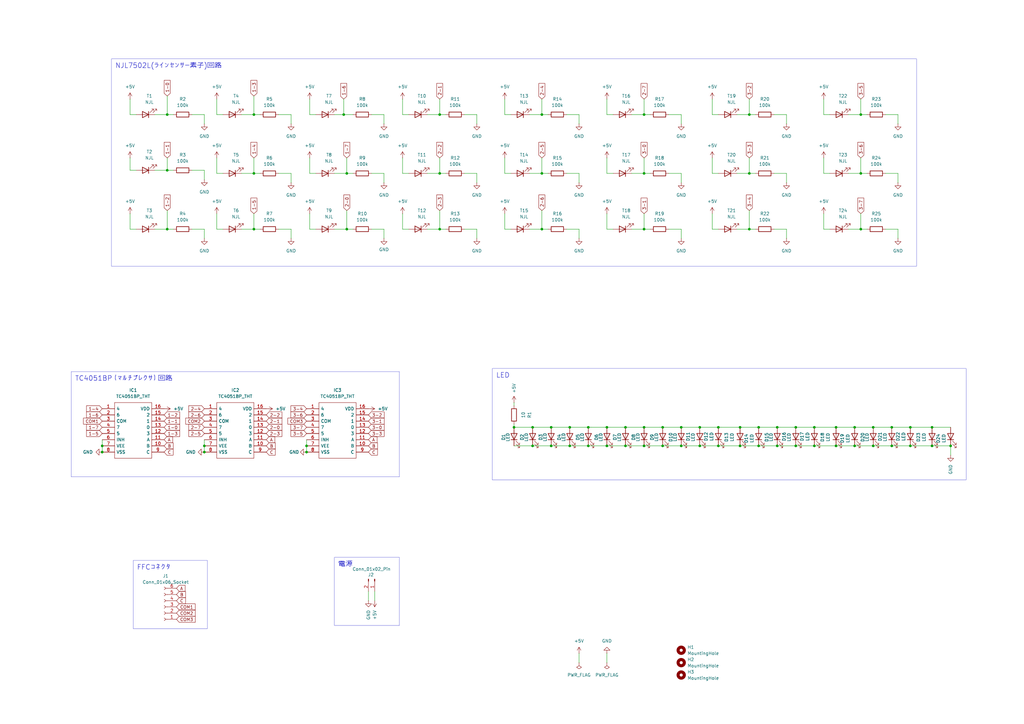
<source format=kicad_sch>
(kicad_sch (version 20231120) (generator "eeschema") (generator_version "8.0")
  (paper "A3")
  (junction (at 342.9 175.26))
  (junction (at 68.58 93.98))
  (junction (at 180.34 46.99))
  (junction (at 180.34 93.98))
  (junction (at 353.06 46.99))
  (junction (at 326.39 175.26))
  (junction (at 68.58 46.99))
  (junction (at 140.97 46.99))
  (junction (at 287.02 182.88))
  (junction (at 241.3 175.26))
  (junction (at 104.14 71.12))
  (junction (at 358.14 175.26))
  (junction (at 218.44 182.88))
  (junction (at 226.06 175.26))
  (junction (at 226.06 182.88))
  (junction (at 350.52 175.26))
  (junction (at 264.16 93.98))
  (junction (at 271.78 175.26))
  (junction (at 373.38 182.88))
  (junction (at 222.25 46.99))
  (junction (at 365.76 175.26))
  (junction (at 264.16 182.88))
  (junction (at 233.68 182.88))
  (junction (at 382.27 182.88))
  (junction (at 287.02 175.26))
  (junction (at 303.53 182.88))
  (junction (at 311.15 175.26))
  (junction (at 382.27 175.26))
  (junction (at 311.15 182.88))
  (junction (at 279.4 182.88))
  (junction (at 271.78 182.88))
  (junction (at 180.34 71.12))
  (junction (at 334.01 175.26))
  (junction (at 307.34 71.12))
  (junction (at 365.76 182.88))
  (junction (at 358.14 182.88))
  (junction (at 241.3 182.88))
  (junction (at 264.16 175.26))
  (junction (at 233.68 175.26))
  (junction (at 104.14 46.99))
  (junction (at 307.34 93.98))
  (junction (at 256.54 182.88))
  (junction (at 125.73 182.88))
  (junction (at 218.44 175.26))
  (junction (at 294.64 175.26))
  (junction (at 68.58 69.85))
  (junction (at 294.64 182.88))
  (junction (at 248.92 182.88))
  (junction (at 210.82 175.26))
  (junction (at 264.16 71.12))
  (junction (at 222.25 93.98))
  (junction (at 142.24 71.12))
  (junction (at 41.91 182.88))
  (junction (at 353.06 93.98))
  (junction (at 303.53 175.26))
  (junction (at 342.9 182.88))
  (junction (at 389.89 182.88))
  (junction (at 373.38 175.26))
  (junction (at 353.06 71.12))
  (junction (at 279.4 175.26))
  (junction (at 248.92 175.26))
  (junction (at 83.82 182.88))
  (junction (at 318.77 182.88))
  (junction (at 104.14 93.98))
  (junction (at 264.16 46.99))
  (junction (at 256.54 175.26))
  (junction (at 326.39 182.88))
  (junction (at 142.24 93.98))
  (junction (at 318.77 175.26))
  (junction (at 222.25 71.12))
  (junction (at 83.82 185.42))
  (junction (at 307.34 46.99))
  (junction (at 350.52 182.88))
  (junction (at 125.73 185.42))
  (junction (at 334.01 182.88))
  (junction (at 41.91 185.42))
  (wire (pts (xy 127 46.99) (xy 129.54 46.99)))
  (wire (pts (xy 259.08 46.99) (xy 264.16 46.99)))
  (wire (pts (xy 342.9 175.26) (xy 350.52 175.26)))
  (wire (pts (xy 78.74 69.85) (xy 83.82 69.85)))
  (wire (pts (xy 142.24 64.77) (xy 142.24 71.12)))
  (wire (pts (xy 127 87.63) (xy 127 93.98)))
  (wire (pts (xy 317.5 46.99) (xy 322.58 46.99)))
  (wire (pts (xy 78.74 46.99) (xy 83.82 46.99)))
  (wire (pts (xy 41.91 182.88) (xy 41.91 185.42)))
  (wire (pts (xy 142.24 93.98) (xy 144.78 93.98)))
  (wire (pts (xy 248.92 87.63) (xy 248.92 93.98)))
  (wire (pts (xy 373.38 182.88) (xy 365.76 182.88)))
  (wire (pts (xy 279.4 175.26) (xy 287.02 175.26)))
  (wire (pts (xy 142.24 71.12) (xy 144.78 71.12)))
  (wire (pts (xy 292.1 46.99) (xy 294.64 46.99)))
  (wire (pts (xy 104.14 87.63) (xy 104.14 93.98)))
  (wire (pts (xy 63.5 69.85) (xy 68.58 69.85)))
  (wire (pts (xy 53.34 69.85) (xy 55.88 69.85)))
  (wire (pts (xy 322.58 93.98) (xy 322.58 97.79)))
  (wire (pts (xy 353.06 64.77) (xy 353.06 71.12)))
  (wire (pts (xy 152.4 71.12) (xy 157.48 71.12)))
  (wire (pts (xy 157.48 93.98) (xy 157.48 97.79)))
  (wire (pts (xy 382.27 182.88) (xy 389.89 182.88)))
  (wire (pts (xy 222.25 86.36) (xy 222.25 93.98)))
  (wire (pts (xy 368.3 93.98) (xy 368.3 97.79)))
  (wire (pts (xy 190.5 46.99) (xy 195.58 46.99)))
  (wire (pts (xy 207.01 46.99) (xy 209.55 46.99)))
  (wire (pts (xy 53.34 46.99) (xy 55.88 46.99)))
  (wire (pts (xy 302.26 93.98) (xy 307.34 93.98)))
  (wire (pts (xy 104.14 46.99) (xy 106.68 46.99)))
  (wire (pts (xy 83.82 180.34) (xy 83.82 182.88)))
  (wire (pts (xy 140.97 46.99) (xy 144.78 46.99)))
  (wire (pts (xy 279.4 46.99) (xy 279.4 50.8)))
  (wire (pts (xy 292.1 87.63) (xy 292.1 93.98)))
  (wire (pts (xy 317.5 93.98) (xy 322.58 93.98)))
  (wire (pts (xy 137.16 71.12) (xy 142.24 71.12)))
  (wire (pts (xy 353.06 87.63) (xy 353.06 93.98)))
  (wire (pts (xy 137.16 93.98) (xy 142.24 93.98)))
  (wire (pts (xy 303.53 182.88) (xy 311.15 182.88)))
  (wire (pts (xy 307.34 71.12) (xy 309.88 71.12)))
  (wire (pts (xy 78.74 93.98) (xy 83.82 93.98)))
  (wire (pts (xy 368.3 46.99) (xy 368.3 50.8)))
  (wire (pts (xy 68.58 69.85) (xy 71.12 69.85)))
  (wire (pts (xy 274.32 71.12) (xy 279.4 71.12)))
  (wire (pts (xy 342.9 182.88) (xy 350.52 182.88)))
  (wire (pts (xy 180.34 86.36) (xy 180.34 93.98)))
  (wire (pts (xy 114.3 46.99) (xy 119.38 46.99)))
  (wire (pts (xy 222.25 71.12) (xy 224.79 71.12)))
  (wire (pts (xy 68.58 64.77) (xy 68.58 69.85)))
  (wire (pts (xy 248.92 175.26) (xy 256.54 175.26)))
  (wire (pts (xy 256.54 175.26) (xy 264.16 175.26)))
  (wire (pts (xy 259.08 93.98) (xy 264.16 93.98)))
  (wire (pts (xy 41.91 180.34) (xy 41.91 182.88)))
  (wire (pts (xy 232.41 93.98) (xy 237.49 93.98)))
  (wire (pts (xy 127 40.64) (xy 127 46.99)))
  (wire (pts (xy 88.9 71.12) (xy 91.44 71.12)))
  (wire (pts (xy 353.06 46.99) (xy 355.6 46.99)))
  (wire (pts (xy 353.06 71.12) (xy 355.6 71.12)))
  (wire (pts (xy 207.01 87.63) (xy 207.01 93.98)))
  (wire (pts (xy 350.52 175.26) (xy 358.14 175.26)))
  (wire (pts (xy 222.25 40.64) (xy 222.25 46.99)))
  (wire (pts (xy 175.26 93.98) (xy 180.34 93.98)))
  (wire (pts (xy 322.58 46.99) (xy 322.58 50.8)))
  (wire (pts (xy 190.5 71.12) (xy 195.58 71.12)))
  (wire (pts (xy 83.82 46.99) (xy 83.82 50.8)))
  (wire (pts (xy 127 71.12) (xy 129.54 71.12)))
  (wire (pts (xy 165.1 40.64) (xy 165.1 46.99)))
  (wire (pts (xy 237.49 267.97) (xy 237.49 271.78)))
  (wire (pts (xy 88.9 46.99) (xy 91.44 46.99)))
  (wire (pts (xy 264.16 46.99) (xy 266.7 46.99)))
  (wire (pts (xy 373.38 182.88) (xy 382.27 182.88)))
  (wire (pts (xy 337.82 46.99) (xy 340.36 46.99)))
  (wire (pts (xy 292.1 93.98) (xy 294.64 93.98)))
  (wire (pts (xy 358.14 182.88) (xy 350.52 182.88)))
  (wire (pts (xy 180.34 40.64) (xy 180.34 46.99)))
  (wire (pts (xy 175.26 46.99) (xy 180.34 46.99)))
  (wire (pts (xy 322.58 71.12) (xy 322.58 74.93)))
  (wire (pts (xy 119.38 71.12) (xy 119.38 74.93)))
  (wire (pts (xy 311.15 182.88) (xy 318.77 182.88)))
  (wire (pts (xy 347.98 93.98) (xy 353.06 93.98)))
  (wire (pts (xy 180.34 46.99) (xy 182.88 46.99)))
  (wire (pts (xy 347.98 71.12) (xy 353.06 71.12)))
  (wire (pts (xy 368.3 71.12) (xy 368.3 74.93)))
  (wire (pts (xy 125.73 182.88) (xy 125.73 185.42)))
  (wire (pts (xy 165.1 46.99) (xy 167.64 46.99)))
  (wire (pts (xy 88.9 40.64) (xy 88.9 46.99)))
  (wire (pts (xy 287.02 175.26) (xy 294.64 175.26)))
  (wire (pts (xy 88.9 64.77) (xy 88.9 71.12)))
  (wire (pts (xy 307.34 86.36) (xy 307.34 93.98)))
  (wire (pts (xy 218.44 175.26) (xy 226.06 175.26)))
  (wire (pts (xy 68.58 86.36) (xy 68.58 93.98)))
  (wire (pts (xy 302.26 71.12) (xy 307.34 71.12)))
  (wire (pts (xy 210.82 173.99) (xy 210.82 175.26)))
  (wire (pts (xy 180.34 71.12) (xy 182.88 71.12)))
  (wire (pts (xy 127 64.77) (xy 127 71.12)))
  (wire (pts (xy 88.9 87.63) (xy 88.9 93.98)))
  (wire (pts (xy 292.1 64.77) (xy 292.1 71.12)))
  (wire (pts (xy 104.14 71.12) (xy 106.68 71.12)))
  (wire (pts (xy 248.92 40.64) (xy 248.92 46.99)))
  (wire (pts (xy 326.39 182.88) (xy 318.77 182.88)))
  (wire (pts (xy 63.5 46.99) (xy 68.58 46.99)))
  (wire (pts (xy 104.14 39.37) (xy 104.14 46.99)))
  (wire (pts (xy 210.82 165.1) (xy 210.82 166.37)))
  (wire (pts (xy 99.06 46.99) (xy 104.14 46.99)))
  (wire (pts (xy 326.39 175.26) (xy 334.01 175.26)))
  (wire (pts (xy 195.58 46.99) (xy 195.58 50.8)))
  (wire (pts (xy 317.5 71.12) (xy 322.58 71.12)))
  (wire (pts (xy 226.06 182.88) (xy 233.68 182.88)))
  (wire (pts (xy 363.22 71.12) (xy 368.3 71.12)))
  (wire (pts (xy 222.25 93.98) (xy 224.79 93.98)))
  (wire (pts (xy 152.4 93.98) (xy 157.48 93.98)))
  (wire (pts (xy 210.82 182.88) (xy 218.44 182.88)))
  (wire (pts (xy 389.89 186.69) (xy 389.89 182.88)))
  (wire (pts (xy 248.92 64.77) (xy 248.92 71.12)))
  (wire (pts (xy 165.1 64.77) (xy 165.1 71.12)))
  (wire (pts (xy 248.92 267.97) (xy 248.92 271.78)))
  (wire (pts (xy 125.73 180.34) (xy 125.73 182.88)))
  (wire (pts (xy 337.82 40.64) (xy 337.82 46.99)))
  (wire (pts (xy 248.92 93.98) (xy 251.46 93.98)))
  (wire (pts (xy 292.1 40.64) (xy 292.1 46.99)))
  (wire (pts (xy 88.9 93.98) (xy 91.44 93.98)))
  (wire (pts (xy 248.92 182.88) (xy 256.54 182.88)))
  (wire (pts (xy 241.3 182.88) (xy 248.92 182.88)))
  (wire (pts (xy 382.27 175.26) (xy 389.89 175.26)))
  (wire (pts (xy 83.82 69.85) (xy 83.82 73.66)))
  (wire (pts (xy 264.16 175.26) (xy 271.78 175.26)))
  (wire (pts (xy 279.4 93.98) (xy 279.4 97.79)))
  (wire (pts (xy 153.67 242.57) (xy 153.67 246.38)))
  (wire (pts (xy 180.34 93.98) (xy 182.88 93.98)))
  (wire (pts (xy 226.06 175.26) (xy 233.68 175.26)))
  (wire (pts (xy 68.58 39.37) (xy 68.58 46.99)))
  (wire (pts (xy 222.25 46.99) (xy 224.79 46.99)))
  (wire (pts (xy 337.82 71.12) (xy 340.36 71.12)))
  (wire (pts (xy 311.15 175.26) (xy 318.77 175.26)))
  (wire (pts (xy 337.82 64.77) (xy 337.82 71.12)))
  (wire (pts (xy 237.49 71.12) (xy 237.49 74.93)))
  (wire (pts (xy 363.22 93.98) (xy 368.3 93.98)))
  (wire (pts (xy 365.76 175.26) (xy 373.38 175.26)))
  (wire (pts (xy 210.82 175.26) (xy 218.44 175.26)))
  (wire (pts (xy 264.16 71.12) (xy 266.7 71.12)))
  (wire (pts (xy 363.22 46.99) (xy 368.3 46.99)))
  (wire (pts (xy 165.1 87.63) (xy 165.1 93.98)))
  (wire (pts (xy 63.5 93.98) (xy 68.58 93.98)))
  (wire (pts (xy 334.01 175.26) (xy 342.9 175.26)))
  (wire (pts (xy 307.34 46.99) (xy 309.88 46.99)))
  (wire (pts (xy 165.1 93.98) (xy 167.64 93.98)))
  (wire (pts (xy 104.14 93.98) (xy 106.68 93.98)))
  (wire (pts (xy 337.82 93.98) (xy 340.36 93.98)))
  (wire (pts (xy 353.06 40.64) (xy 353.06 46.99)))
  (wire (pts (xy 279.4 182.88) (xy 287.02 182.88)))
  (wire (pts (xy 127 93.98) (xy 129.54 93.98)))
  (wire (pts (xy 232.41 46.99) (xy 237.49 46.99)))
  (wire (pts (xy 53.34 40.64) (xy 53.34 46.99)))
  (wire (pts (xy 53.34 87.63) (xy 53.34 93.98)))
  (wire (pts (xy 195.58 71.12) (xy 195.58 74.93)))
  (wire (pts (xy 274.32 93.98) (xy 279.4 93.98)))
  (wire (pts (xy 190.5 93.98) (xy 195.58 93.98)))
  (wire (pts (xy 119.38 93.98) (xy 119.38 97.79)))
  (wire (pts (xy 142.24 86.36) (xy 142.24 93.98)))
  (wire (pts (xy 83.82 182.88) (xy 83.82 185.42)))
  (wire (pts (xy 353.06 93.98) (xy 355.6 93.98)))
  (wire (pts (xy 53.34 64.77) (xy 53.34 69.85)))
  (wire (pts (xy 233.68 182.88) (xy 241.3 182.88)))
  (wire (pts (xy 307.34 64.77) (xy 307.34 71.12)))
  (wire (pts (xy 342.9 182.88) (xy 334.01 182.88)))
  (wire (pts (xy 303.53 175.26) (xy 311.15 175.26)))
  (wire (pts (xy 307.34 93.98) (xy 309.88 93.98)))
  (wire (pts (xy 365.76 182.88) (xy 358.14 182.88)))
  (wire (pts (xy 207.01 71.12) (xy 209.55 71.12)))
  (wire (pts (xy 271.78 175.26) (xy 279.4 175.26)))
  (wire (pts (xy 237.49 93.98) (xy 237.49 97.79)))
  (wire (pts (xy 373.38 175.26) (xy 382.27 175.26)))
  (wire (pts (xy 302.26 46.99) (xy 307.34 46.99)))
  (wire (pts (xy 259.08 71.12) (xy 264.16 71.12)))
  (wire (pts (xy 152.4 46.99) (xy 157.48 46.99)))
  (wire (pts (xy 271.78 182.88) (xy 279.4 182.88)))
  (wire (pts (xy 337.82 87.63) (xy 337.82 93.98)))
  (wire (pts (xy 83.82 93.98) (xy 83.82 97.79)))
  (wire (pts (xy 207.01 93.98) (xy 209.55 93.98)))
  (wire (pts (xy 264.16 87.63) (xy 264.16 93.98)))
  (wire (pts (xy 347.98 46.99) (xy 353.06 46.99)))
  (wire (pts (xy 114.3 93.98) (xy 119.38 93.98)))
  (wire (pts (xy 68.58 93.98) (xy 71.12 93.98)))
  (wire (pts (xy 137.16 46.99) (xy 140.97 46.99)))
  (wire (pts (xy 68.58 46.99) (xy 71.12 46.99)))
  (wire (pts (xy 318.77 175.26) (xy 326.39 175.26)))
  (wire (pts (xy 217.17 71.12) (xy 222.25 71.12)))
  (wire (pts (xy 207.01 40.64) (xy 207.01 46.99)))
  (wire (pts (xy 157.48 46.99) (xy 157.48 50.8)))
  (wire (pts (xy 292.1 71.12) (xy 294.64 71.12)))
  (wire (pts (xy 151.13 242.57) (xy 151.13 246.38)))
  (wire (pts (xy 358.14 175.26) (xy 365.76 175.26)))
  (wire (pts (xy 264.16 40.64) (xy 264.16 46.99)))
  (wire (pts (xy 334.01 182.88) (xy 326.39 182.88)))
  (wire (pts (xy 119.38 46.99) (xy 119.38 50.8)))
  (wire (pts (xy 264.16 93.98) (xy 266.7 93.98)))
  (wire (pts (xy 294.64 182.88) (xy 303.53 182.88)))
  (wire (pts (xy 248.92 71.12) (xy 251.46 71.12)))
  (wire (pts (xy 237.49 46.99) (xy 237.49 50.8)))
  (wire (pts (xy 207.01 64.77) (xy 207.01 71.12)))
  (wire (pts (xy 279.4 71.12) (xy 279.4 74.93)))
  (wire (pts (xy 232.41 71.12) (xy 237.49 71.12)))
  (wire (pts (xy 104.14 64.77) (xy 104.14 71.12)))
  (wire (pts (xy 217.17 46.99) (xy 222.25 46.99)))
  (wire (pts (xy 140.97 40.64) (xy 140.97 46.99)))
  (wire (pts (xy 287.02 182.88) (xy 294.64 182.88)))
  (wire (pts (xy 165.1 71.12) (xy 167.64 71.12)))
  (wire (pts (xy 53.34 93.98) (xy 55.88 93.98)))
  (wire (pts (xy 307.34 40.64) (xy 307.34 46.99)))
  (wire (pts (xy 114.3 71.12) (xy 119.38 71.12)))
  (wire (pts (xy 222.25 64.77) (xy 222.25 71.12)))
  (wire (pts (xy 264.16 182.88) (xy 271.78 182.88)))
  (wire (pts (xy 294.64 175.26) (xy 303.53 175.26)))
  (wire (pts (xy 217.17 93.98) (xy 222.25 93.98)))
  (wire (pts (xy 218.44 182.88) (xy 226.06 182.88)))
  (wire (pts (xy 248.92 46.99) (xy 251.46 46.99)))
  (wire (pts (xy 195.58 93.98) (xy 195.58 97.79)))
  (wire (pts (xy 157.48 71.12) (xy 157.48 74.93)))
  (wire (pts (xy 274.32 46.99) (xy 279.4 46.99)))
  (wire (pts (xy 233.68 175.26) (xy 241.3 175.26)))
  (wire (pts (xy 264.16 64.77) (xy 264.16 71.12)))
  (wire (pts (xy 99.06 93.98) (xy 104.14 93.98)))
  (wire (pts (xy 180.34 64.77) (xy 180.34 71.12)))
  (wire (pts (xy 99.06 71.12) (xy 104.14 71.12)))
  (wire (pts (xy 175.26 71.12) (xy 180.34 71.12)))
  (wire (pts (xy 241.3 175.26) (xy 248.92 175.26)))
  (wire (pts (xy 256.54 182.88) (xy 264.16 182.88)))
  (text_box "LED" (at 201.93 151.13 0) (size 194.31 45.72) (stroke (width 0.0635)) (effects (font (size 2 2)) (justify left top)))
  (text_box "電源" (at 137.16 228.6 0) (size 26.67 27.94) (stroke (width 0.0635)) (effects (font (size 2 2)) (justify left top)))
  (text_box "NJL7502L(ラインセンサー素子)回路" (at 45.72 24.13 0) (size 330.2 85.09) (stroke (width 0.0635)) (effects (font (size 2 2)) (justify left top)))
  (text_box "TC4051BP（マルチプレクサ）回路" (at 29.21 152.4 0) (size 134.62 43.18) (stroke (width 0.0762)) (effects (font (size 2 2)) (justify left top)))
  (text_box "FFCコネクタ" (at 54.61 229.87 0) (size 30.48 27.94) (stroke (width 0.0635)) (effects (font (size 2 2)) (justify left top)))
  (global_label "B" (shape input) (at 151.13 182.88 0) (property "Intersheetrefs" "${INTERSHEET_REFS}" (effects (hide yes))))
  (global_label "2-7" (shape input) (at 83.82 175.26 180) (property "Intersheetrefs" "${INTERSHEET_REFS}" (effects (hide yes))))
  (global_label "COM3" (shape input) (at 72.39 254 0) (property "Intersheetrefs" "${INTERSHEET_REFS}" (effects (hide yes))))
  (global_label "3-2" (shape input) (at 151.13 170.18 0) (property "Intersheetrefs" "${INTERSHEET_REFS}" (effects (hide yes))))
  (global_label "2-6" (shape input) (at 222.25 86.36 90) (property "Intersheetrefs" "${INTERSHEET_REFS}" (effects (hide yes))))
  (global_label "2-2" (shape input) (at 180.34 64.77 90) (property "Intersheetrefs" "${INTERSHEET_REFS}" (effects (hide yes))))
  (global_label "1-6" (shape input) (at 140.97 40.64 90) (property "Intersheetrefs" "${INTERSHEET_REFS}" (effects (hide yes))))
  (global_label "1-3" (shape input) (at 67.31 177.8 0) (property "Intersheetrefs" "${INTERSHEET_REFS}" (effects (hide yes))))
  (global_label "2-1" (shape input) (at 109.22 172.72 0) (property "Intersheetrefs" "${INTERSHEET_REFS}" (effects (hide yes))))
  (global_label "2-6" (shape input) (at 83.82 170.18 180) (property "Intersheetrefs" "${INTERSHEET_REFS}" (effects (hide yes))))
  (global_label "3-7" (shape input) (at 353.06 87.63 90) (property "Intersheetrefs" "${INTERSHEET_REFS}" (effects (hide yes))))
  (global_label "1-2" (shape input) (at 68.58 86.36 90) (property "Intersheetrefs" "${INTERSHEET_REFS}" (effects (hide yes))))
  (global_label "2-4" (shape input) (at 222.25 40.64 90) (property "Intersheetrefs" "${INTERSHEET_REFS}" (effects (hide yes))))
  (global_label "1-6" (shape input) (at 41.91 170.18 180) (property "Intersheetrefs" "${INTERSHEET_REFS}" (effects (hide yes))))
  (global_label "C" (shape input) (at 72.39 246.38 0) (property "Intersheetrefs" "${INTERSHEET_REFS}" (effects (hide yes))))
  (global_label "B" (shape input) (at 67.31 182.88 0) (property "Intersheetrefs" "${INTERSHEET_REFS}" (effects (hide yes))))
  (global_label "1-5" (shape input) (at 104.14 87.63 90) (property "Intersheetrefs" "${INTERSHEET_REFS}" (effects (hide yes))))
  (global_label "COM2" (shape input) (at 83.82 172.72 180) (property "Intersheetrefs" "${INTERSHEET_REFS}" (effects (hide yes))))
  (global_label "3-7" (shape input) (at 125.73 175.26 180) (property "Intersheetrefs" "${INTERSHEET_REFS}" (effects (hide yes))))
  (global_label "3-4" (shape input) (at 125.73 167.64 180) (property "Intersheetrefs" "${INTERSHEET_REFS}" (effects (hide yes))))
  (global_label "C" (shape input) (at 151.13 185.42 0) (property "Intersheetrefs" "${INTERSHEET_REFS}" (effects (hide yes))))
  (global_label "1-7" (shape input) (at 41.91 175.26 180) (property "Intersheetrefs" "${INTERSHEET_REFS}" (effects (hide yes))))
  (global_label "COM3" (shape input) (at 125.73 172.72 180) (property "Intersheetrefs" "${INTERSHEET_REFS}" (effects (hide yes))))
  (global_label "B" (shape input) (at 72.39 243.84 0) (property "Intersheetrefs" "${INTERSHEET_REFS}" (effects (hide yes))))
  (global_label "1-5" (shape input) (at 41.91 177.8 180) (property "Intersheetrefs" "${INTERSHEET_REFS}" (effects (hide yes))))
  (global_label "1-4" (shape input) (at 104.14 64.77 90) (property "Intersheetrefs" "${INTERSHEET_REFS}" (effects (hide yes))))
  (global_label "3-6" (shape input) (at 353.06 64.77 90) (property "Intersheetrefs" "${INTERSHEET_REFS}" (effects (hide yes))))
  (global_label "2-0" (shape input) (at 142.24 86.36 90) (property "Intersheetrefs" "${INTERSHEET_REFS}" (effects (hide yes))))
  (global_label "B" (shape input) (at 109.22 182.88 0) (property "Intersheetrefs" "${INTERSHEET_REFS}" (effects (hide yes))))
  (global_label "3-6" (shape input) (at 125.73 170.18 180) (property "Intersheetrefs" "${INTERSHEET_REFS}" (effects (hide yes))))
  (global_label "2-4" (shape input) (at 83.82 167.64 180) (property "Intersheetrefs" "${INTERSHEET_REFS}" (effects (hide yes))))
  (global_label "COM1" (shape input) (at 72.39 248.92 0) (property "Intersheetrefs" "${INTERSHEET_REFS}" (effects (hide yes))))
  (global_label "3-0" (shape input) (at 264.16 64.77 90) (property "Intersheetrefs" "${INTERSHEET_REFS}" (effects (hide yes))))
  (global_label "3-0" (shape input) (at 151.13 175.26 0) (property "Intersheetrefs" "${INTERSHEET_REFS}" (effects (hide yes))))
  (global_label "2-0" (shape input) (at 109.22 175.26 0) (property "Intersheetrefs" "${INTERSHEET_REFS}" (effects (hide yes))))
  (global_label "2-3" (shape input) (at 109.22 177.8 0) (property "Intersheetrefs" "${INTERSHEET_REFS}" (effects (hide yes))))
  (global_label "1-2" (shape input) (at 67.31 170.18 0) (property "Intersheetrefs" "${INTERSHEET_REFS}" (effects (hide yes))))
  (global_label "1-4" (shape input) (at 41.91 167.64 180) (property "Intersheetrefs" "${INTERSHEET_REFS}" (effects (hide yes))))
  (global_label "3-4" (shape input) (at 307.34 86.36 90) (property "Intersheetrefs" "${INTERSHEET_REFS}" (effects (hide yes))))
  (global_label "C" (shape input) (at 67.31 185.42 0) (property "Intersheetrefs" "${INTERSHEET_REFS}" (effects (hide yes))))
  (global_label "2-1" (shape input) (at 180.34 40.64 90) (property "Intersheetrefs" "${INTERSHEET_REFS}" (effects (hide yes))))
  (global_label "3-1" (shape input) (at 151.13 172.72 0) (property "Intersheetrefs" "${INTERSHEET_REFS}" (effects (hide yes))))
  (global_label "COM2" (shape input) (at 72.39 251.46 0) (property "Intersheetrefs" "${INTERSHEET_REFS}" (effects (hide yes))))
  (global_label "1-1" (shape input) (at 67.31 172.72 0) (property "Intersheetrefs" "${INTERSHEET_REFS}" (effects (hide yes))))
  (global_label "3-5" (shape input) (at 125.73 177.8 180) (property "Intersheetrefs" "${INTERSHEET_REFS}" (effects (hide yes))))
  (global_label "3-5" (shape input) (at 353.06 40.64 90) (property "Intersheetrefs" "${INTERSHEET_REFS}" (effects (hide yes))))
  (global_label "C" (shape input) (at 109.22 185.42 0) (property "Intersheetrefs" "${INTERSHEET_REFS}" (effects (hide yes))))
  (global_label "1-3" (shape input) (at 104.14 39.37 90) (property "Intersheetrefs" "${INTERSHEET_REFS}" (effects (hide yes))))
  (global_label "COM1" (shape input) (at 41.91 172.72 180) (property "Intersheetrefs" "${INTERSHEET_REFS}" (effects (hide yes))))
  (global_label "1-0" (shape input) (at 67.31 175.26 0) (property "Intersheetrefs" "${INTERSHEET_REFS}" (effects (hide yes))))
  (global_label "2-5" (shape input) (at 83.82 177.8 180) (property "Intersheetrefs" "${INTERSHEET_REFS}" (effects (hide yes))))
  (global_label "3-1" (shape input) (at 264.16 87.63 90) (property "Intersheetrefs" "${INTERSHEET_REFS}" (effects (hide yes))))
  (global_label "1-7" (shape input) (at 142.24 64.77 90) (property "Intersheetrefs" "${INTERSHEET_REFS}" (effects (hide yes))))
  (global_label "1-1" (shape input) (at 68.58 64.77 90) (property "Intersheetrefs" "${INTERSHEET_REFS}" (effects (hide yes))))
  (global_label "2-2" (shape input) (at 109.22 170.18 0) (property "Intersheetrefs" "${INTERSHEET_REFS}" (effects (hide yes))))
  (global_label "3-3" (shape input) (at 151.13 177.8 0) (property "Intersheetrefs" "${INTERSHEET_REFS}" (effects (hide yes))))
  (global_label "3-2" (shape input) (at 307.34 40.64 90) (property "Intersheetrefs" "${INTERSHEET_REFS}" (effects (hide yes))))
  (global_label "A" (shape input) (at 109.22 180.34 0) (property "Intersheetrefs" "${INTERSHEET_REFS}" (effects (hide yes))))
  (global_label "A" (shape input) (at 151.13 180.34 0) (property "Intersheetrefs" "${INTERSHEET_REFS}" (effects (hide yes))))
  (global_label "2-5" (shape input) (at 222.25 64.77 90) (property "Intersheetrefs" "${INTERSHEET_REFS}" (effects (hide yes))))
  (global_label "3-3" (shape input) (at 307.34 64.77 90) (property "Intersheetrefs" "${INTERSHEET_REFS}" (effects (hide yes))))
  (global_label "1-0" (shape input) (at 68.58 39.37 90) (property "Intersheetrefs" "${INTERSHEET_REFS}" (effects (hide yes))))
  (global_label "A" (shape input) (at 72.39 241.3 0) (property "Intersheetrefs" "${INTERSHEET_REFS}" (effects (hide yes))))
  (global_label "2-7" (shape input) (at 264.16 40.64 90) (property "Intersheetrefs" "${INTERSHEET_REFS}" (effects (hide yes))))
  (global_label "2-3" (shape input) (at 180.34 86.36 90) (property "Intersheetrefs" "${INTERSHEET_REFS}" (effects (hide yes))))
  (global_label "A" (shape input) (at 67.31 180.34 0) (property "Intersheetrefs" "${INTERSHEET_REFS}" (effects (hide yes))))
  (symbol (lib_id "Device:LED") (at 298.45 46.99 180) (unit 1)
    (property "Reference" "T19" (at 300.0375 39.37 0))
    (property "Value" "NJL" (at 300.0375 41.91 0))
    (property "Footprint" "LINESENSOR:NJL7052L" (effects (hide yes)))
    (property "Description" "Light emitting diode" (effects (hide yes)))
  )
  (symbol (lib_id "Device:R") (at 359.41 46.99 90) (unit 1)
    (property "Reference" "R23" (at 359.41 40.64 90))
    (property "Value" "100k" (at 359.41 43.18 90))
    (property "Footprint" "Resistor_SMD:R_0603_1608Metric" (effects (hide yes)))
    (property "Description" "Resistor" (effects (hide yes)))
  )
  (symbol (lib_id "Device:LED") (at 255.27 93.98 180) (unit 1)
    (property "Reference" "T18" (at 256.8575 86.36 0))
    (property "Value" "NJL" (at 256.8575 88.9 0))
    (property "Footprint" "LINESENSOR:NJL7052L" (effects (hide yes)))
    (property "Description" "Light emitting diode" (effects (hide yes)))
  )
  (symbol (lib_id "Device:LED") (at 373.38 179.07 90) (unit 1)
    (property "Reference" "D22" (at 368.3 179.07 0))
    (property "Value" "LED" (at 370.586 179.07 0))
    (property "Footprint" "LINESENSOR:LED Hi-FIELD" (effects (hide yes)))
    (property "Description" "Light emitting diode" (effects (hide yes)))
  )
  (symbol (lib_id "Device:LED") (at 59.69 69.85 180) (unit 1)
    (property "Reference" "T2" (at 61.2775 62.23 0))
    (property "Value" "NJL" (at 61.2775 64.77 0))
    (property "Footprint" "LINESENSOR:NJL7052L" (effects (hide yes)))
    (property "Description" "Light emitting diode" (effects (hide yes)))
  )
  (symbol (lib_id "Device:LED") (at 365.76 179.07 90) (unit 1)
    (property "Reference" "D21" (at 360.934 179.07 0))
    (property "Value" "LED" (at 362.966 179.324 0))
    (property "Footprint" "LINESENSOR:LED Hi-FIELD" (effects (hide yes)))
    (property "Description" "Light emitting diode" (effects (hide yes)))
  )
  (symbol (lib_id "power:GND") (at 195.58 50.8 0) (unit 1)
    (property "Reference" "#PWR031" (effects (hide yes)))
    (property "Value" "GND" (at 195.58 55.88 0))
    (property "Description" "Power symbol creates a global label with name \"GND\" , ground" (effects (hide yes)))
  )
  (symbol (lib_id "power:+5V") (at 292.1 87.63 0) (unit 1)
    (property "Reference" "#PWR051" (effects (hide yes)))
    (property "Value" "+5V" (at 292.1 82.55 0))
    (property "Description" "Power symbol creates a global label with name \"+5V\"" (effects (hide yes)))
  )
  (symbol (lib_id "power:GND") (at 83.82 97.79 0) (unit 1)
    (property "Reference" "#PWR09" (effects (hide yes)))
    (property "Value" "GND" (at 83.82 102.87 0))
    (property "Description" "Power symbol creates a global label with name \"GND\" , ground" (effects (hide yes)))
  )
  (symbol (lib_id "power:GND") (at 248.92 267.97 180) (unit 1)
    (property "Reference" "#PWR039" (effects (hide yes)))
    (property "Value" "GND" (at 248.92 262.89 0))
    (property "Description" "Power symbol creates a global label with name \"GND\" , ground" (effects (hide yes)))
  )
  (symbol (lib_id "power:GND") (at 279.4 50.8 0) (unit 1)
    (property "Reference" "#PWR046" (effects (hide yes)))
    (property "Value" "GND" (at 279.4 55.88 0))
    (property "Description" "Power symbol creates a global label with name \"GND\" , ground" (effects (hide yes)))
  )
  (symbol (lib_id "Device:LED") (at 342.9 179.07 90) (unit 1)
    (property "Reference" "D18" (at 337.312 179.324 0))
    (property "Value" "LED" (at 339.598 179.324 0))
    (property "Footprint" "LINESENSOR:LED Hi-FIELD" (effects (hide yes)))
    (property "Description" "Light emitting diode" (effects (hide yes)))
  )
  (symbol (lib_id "Device:R") (at 110.49 71.12 90) (unit 1)
    (property "Reference" "R6" (at 110.49 64.77 90))
    (property "Value" "100k" (at 110.49 67.31 90))
    (property "Footprint" "Resistor_SMD:R_0603_1608Metric" (effects (hide yes)))
    (property "Description" "Resistor" (effects (hide yes)))
  )
  (symbol (lib_id "Device:LED") (at 213.36 93.98 180) (unit 1)
    (property "Reference" "T15" (at 214.9475 86.36 0))
    (property "Value" "NJL" (at 214.9475 88.9 0))
    (property "Footprint" "LINESENSOR:NJL7052L" (effects (hide yes)))
    (property "Description" "Light emitting diode" (effects (hide yes)))
  )
  (symbol (lib_id "Device:R") (at 313.69 93.98 90) (unit 1)
    (property "Reference" "R22" (at 313.69 87.63 90))
    (property "Value" "100k" (at 313.69 90.17 90))
    (property "Footprint" "Resistor_SMD:R_0603_1608Metric" (effects (hide yes)))
    (property "Description" "Resistor" (effects (hide yes)))
  )
  (symbol (lib_id "power:+5V") (at 337.82 40.64 0) (unit 1)
    (property "Reference" "#PWR055" (effects (hide yes)))
    (property "Value" "+5V" (at 337.82 35.56 0))
    (property "Description" "Power symbol creates a global label with name \"+5V\"" (effects (hide yes)))
  )
  (symbol (lib_id "power:GND") (at 119.38 97.79 0) (unit 1)
    (property "Reference" "#PWR016" (effects (hide yes)))
    (property "Value" "GND" (at 119.38 102.87 0))
    (property "Description" "Power symbol creates a global label with name \"GND\" , ground" (effects (hide yes)))
  )
  (symbol (lib_id "Device:LED") (at 213.36 46.99 180) (unit 1)
    (property "Reference" "T13" (at 214.9475 39.37 0))
    (property "Value" "NJL" (at 214.9475 41.91 0))
    (property "Footprint" "LINESENSOR:NJL7052L" (effects (hide yes)))
    (property "Description" "Light emitting diode" (effects (hide yes)))
  )
  (symbol (lib_id "Device:LED") (at 344.17 46.99 180) (unit 1)
    (property "Reference" "T22" (at 345.7575 39.37 0))
    (property "Value" "NJL" (at 345.7575 41.91 0))
    (property "Footprint" "LINESENSOR:NJL7052L" (effects (hide yes)))
    (property "Description" "Light emitting diode" (effects (hide yes)))
  )
  (symbol (lib_id "Device:LED") (at 350.52 179.07 90) (unit 1)
    (property "Reference" "D19" (at 345.44 179.832 0))
    (property "Value" "LED" (at 347.726 179.832 0))
    (property "Footprint" "LINESENSOR:LED Hi-FIELD" (effects (hide yes)))
    (property "Description" "Light emitting diode" (effects (hide yes)))
  )
  (symbol (lib_id "Device:LED") (at 344.17 93.98 180) (unit 1)
    (property "Reference" "T24" (at 345.7575 86.36 0))
    (property "Value" "NJL" (at 345.7575 88.9 0))
    (property "Footprint" "LINESENSOR:NJL7052L" (effects (hide yes)))
    (property "Description" "Light emitting diode" (effects (hide yes)))
  )
  (symbol (lib_id "Device:LED") (at 59.69 46.99 180) (unit 1)
    (property "Reference" "T1" (at 61.2775 39.37 0))
    (property "Value" "NJL" (at 61.2775 41.91 0))
    (property "Footprint" "LINESENSOR:NJL7052L" (effects (hide yes)))
    (property "Description" "Light emitting diode" (effects (hide yes)))
  )
  (symbol (lib_id "Device:LED") (at 358.14 179.07 90) (unit 1)
    (property "Reference" "D20" (at 353.822 179.324 0))
    (property "Value" "LED" (at 355.6 179.324 0))
    (property "Footprint" "LINESENSOR:LED Hi-FIELD" (effects (hide yes)))
    (property "Description" "Light emitting diode" (effects (hide yes)))
  )
  (symbol (lib_id "Device:R") (at 210.82 170.18 180) (unit 1)
    (property "Reference" "R1" (at 217.17 170.18 90))
    (property "Value" "10" (at 214.63 170.18 90))
    (property "Footprint" "Resistor_THT:R_Axial_DIN0207_L6.3mm_D2.5mm_P10.16mm_Horizontal" (effects (hide yes)))
    (property "Description" "Resistor" (effects (hide yes)))
  )
  (symbol (lib_id "Connector:Conn_01x02_Pin") (at 153.67 237.49 270) (unit 1)
    (property "Reference" "J2" (at 152.146 235.712 90))
    (property "Value" "Conn_01x02_Pin" (at 152.4 233.426 90))
    (property "Footprint" "Connector_JST:JST_XH_B2B-XH-A_1x02_P2.50mm_Vertical" (effects (hide yes)))
    (property "Description" "Generic connector, single row, 01x02, script generated" (effects (hide yes)))
  )
  (symbol (lib_id "Device:LED") (at 344.17 71.12 180) (unit 1)
    (property "Reference" "T23" (at 345.7575 63.5 0))
    (property "Value" "NJL" (at 345.7575 66.04 0))
    (property "Footprint" "LINESENSOR:NJL7052L" (effects (hide yes)))
    (property "Description" "Light emitting diode" (effects (hide yes)))
  )
  (symbol (lib_id "Device:LED") (at 95.25 46.99 180) (unit 1)
    (property "Reference" "T4" (at 96.8375 39.37 0))
    (property "Value" "NJL" (at 96.8375 41.91 0))
    (property "Footprint" "LINESENSOR:NJL7052L" (effects (hide yes)))
    (property "Description" "Light emitting diode" (effects (hide yes)))
  )
  (symbol (lib_id "Mechanical:MountingHole") (at 279.4 276.86 0) (unit 1) (exclude_from_sim yes) (in_bom no)
    (property "Reference" "H3" (at 281.94 275.5899 0) (effects (justify left)))
    (property "Value" "MountingHole" (at 281.94 278.1299 0) (effects (justify left)))
    (property "Footprint" "MountingHole:MountingHole_3.2mm_M3" (effects (hide yes)))
    (property "Description" "Mounting Hole without connection" (effects (hide yes)))
  )
  (symbol (lib_id "Connector:Conn_01x06_Socket") (at 67.31 248.92 180) (unit 1)
    (property "Reference" "J1" (at 67.945 236.22 0))
    (property "Value" "Conn_01x06_Socket" (at 67.945 238.76 0))
    (property "Footprint" "LINESENSOR:CON_522710679_MOL" (effects (hide yes)))
    (property "Description" "Generic connector, single row, 01x06, script generated" (effects (hide yes)))
  )
  (symbol (lib_id "power:+5V") (at 337.82 64.77 0) (unit 1)
    (property "Reference" "#PWR056" (effects (hide yes)))
    (property "Value" "+5V" (at 337.82 59.69 0))
    (property "Description" "Power symbol creates a global label with name \"+5V\"" (effects (hide yes)))
  )
  (symbol (lib_id "power:+5V") (at 337.82 87.63 0) (unit 1)
    (property "Reference" "#PWR057" (effects (hide yes)))
    (property "Value" "+5V" (at 337.82 82.55 0))
    (property "Description" "Power symbol creates a global label with name \"+5V\"" (effects (hide yes)))
  )
  (symbol (lib_id "power:+5V") (at 165.1 87.63 0) (unit 1)
    (property "Reference" "#PWR028" (effects (hide yes)))
    (property "Value" "+5V" (at 165.1 82.55 0))
    (property "Description" "Power symbol creates a global label with name \"+5V\"" (effects (hide yes)))
  )
  (symbol (lib_id "Device:R") (at 270.51 71.12 90) (unit 1)
    (property "Reference" "R18" (at 270.51 64.77 90))
    (property "Value" "100k" (at 270.51 67.31 90))
    (property "Footprint" "Resistor_SMD:R_0603_1608Metric" (effects (hide yes)))
    (property "Description" "Resistor" (effects (hide yes)))
  )
  (symbol (lib_id "power:+5V") (at 127 40.64 0) (unit 1)
    (property "Reference" "#PWR018" (effects (hide yes)))
    (property "Value" "+5V" (at 127 35.56 0))
    (property "Description" "Power symbol creates a global label with name \"+5V\"" (effects (hide yes)))
  )
  (symbol (lib_id "Device:LED") (at 334.01 179.07 90) (unit 1)
    (property "Reference" "D17" (at 328.93 179.07 0))
    (property "Value" "LED" (at 331.216 179.07 0))
    (property "Footprint" "LINESENSOR:LED Hi-FIELD" (effects (hide yes)))
    (property "Description" "Light emitting diode" (effects (hide yes)))
  )
  (symbol (lib_id "Device:LED") (at 318.77 179.07 90) (unit 1)
    (property "Reference" "D15" (at 314.452 179.324 0))
    (property "Value" "LED" (at 316.23 179.324 0))
    (property "Footprint" "LINESENSOR:LED Hi-FIELD" (effects (hide yes)))
    (property "Description" "Light emitting diode" (effects (hide yes)))
  )
  (symbol (lib_id "power:+5V") (at 67.31 167.64 270) (unit 1)
    (property "Reference" "#PWR02" (effects (hide yes)))
    (property "Value" "+5V" (at 71.12 167.6399 90) (effects (justify left)))
    (property "Description" "Power symbol creates a global label with name \"+5V\"" (effects (hide yes)))
  )
  (symbol (lib_id "Device:R") (at 270.51 93.98 90) (unit 1)
    (property "Reference" "R19" (at 270.51 87.63 90))
    (property "Value" "100k" (at 270.51 90.17 90))
    (property "Footprint" "Resistor_SMD:R_0603_1608Metric" (effects (hide yes)))
    (property "Description" "Resistor" (effects (hide yes)))
  )
  (symbol (lib_id "Device:LED") (at 218.44 179.07 90) (unit 1)
    (property "Reference" "D2" (at 214.122 179.324 0))
    (property "Value" "LED" (at 215.9 179.324 0))
    (property "Footprint" "LINESENSOR:LED Hi-FIELD" (effects (hide yes)))
    (property "Description" "Light emitting diode" (effects (hide yes)))
  )
  (symbol (lib_id "Device:LED") (at 255.27 46.99 180) (unit 1)
    (property "Reference" "T16" (at 256.8575 39.37 0))
    (property "Value" "NJL" (at 256.8575 41.91 0))
    (property "Footprint" "LINESENSOR:NJL7052L" (effects (hide yes)))
    (property "Description" "Light emitting diode" (effects (hide yes)))
  )
  (symbol (lib_id "power:GND") (at 322.58 97.79 0) (unit 1)
    (property "Reference" "#PWR054" (effects (hide yes)))
    (property "Value" "GND" (at 322.58 102.87 0))
    (property "Description" "Power symbol creates a global label with name \"GND\" , ground" (effects (hide yes)))
  )
  (symbol (lib_id "power:GND") (at 368.3 74.93 0) (unit 1)
    (property "Reference" "#PWR059" (effects (hide yes)))
    (property "Value" "GND" (at 368.3 80.01 0))
    (property "Description" "Power symbol creates a global label with name \"GND\" , ground" (effects (hide yes)))
  )
  (symbol (lib_id "Device:LED") (at 241.3 179.07 90) (unit 1)
    (property "Reference" "D5" (at 236.982 179.324 0))
    (property "Value" "LED" (at 238.76 179.324 0))
    (property "Footprint" "LINESENSOR:LED Hi-FIELD" (effects (hide yes)))
    (property "Description" "Light emitting diode" (effects (hide yes)))
  )
  (symbol (lib_id "power:+5V") (at 207.01 87.63 0) (unit 1)
    (property "Reference" "#PWR038" (effects (hide yes)))
    (property "Value" "+5V" (at 207.01 82.55 0))
    (property "Description" "Power symbol creates a global label with name \"+5V\"" (effects (hide yes)))
  )
  (symbol (lib_id "Device:R") (at 110.49 93.98 90) (unit 1)
    (property "Reference" "R7" (at 110.49 87.63 90))
    (property "Value" "100k" (at 110.49 90.17 90))
    (property "Footprint" "Resistor_SMD:R_0603_1608Metric" (effects (hide yes)))
    (property "Description" "Resistor" (effects (hide yes)))
  )
  (symbol (lib_id "power:GND") (at 389.89 186.69 0) (unit 1)
    (property "Reference" "#PWR029" (effects (hide yes)))
    (property "Value" "GND" (at 389.8899 190.5 90) (effects (justify right)))
    (property "Description" "Power symbol creates a global label with name \"GND\" , ground" (effects (hide yes)))
  )
  (symbol (lib_id "Device:LED") (at 233.68 179.07 90) (unit 1)
    (property "Reference" "D4" (at 229.362 179.324 0))
    (property "Value" "LED" (at 231.14 179.324 0))
    (property "Footprint" "LINESENSOR:LED Hi-FIELD" (effects (hide yes)))
    (property "Description" "Light emitting diode" (effects (hide yes)))
  )
  (symbol (lib_id "LINESENSOR:TC4051BP_THT") (at 41.91 167.64 0) (unit 1)
    (property "Reference" "IC1" (at 54.61 160.02 0))
    (property "Value" "TC4051BP_THT" (at 54.61 162.56 0))
    (property "Footprint" "LINESENSOR:TC4051BP_THT" (effects (hide yes)))
    (property "Datasheet" "http://toshiba.semicon-storage.com/info/docget.jsp?did=18603&prodName=TC4051BP" (effects (hide yes)))
    (property "Description" "Toshiba TC4051BP(N,F), Multiplexer/Demultiplexer Single 8:1, 12 V, 15 V, 5 V, 9 V, 16-Pin PDIP" (effects (hide yes)))
    (property "Description_1" "Toshiba TC4051BP(N,F), Multiplexer/Demultiplexer Single 8:1, 12 V, 15 V, 5 V, 9 V, 16-Pin PDIP" (effects (hide yes)))
    (property "Height" "4.45" (effects (hide yes)))
    (property "Manufacturer_Name" "Toshiba" (effects (hide yes)))
    (property "Manufacturer_Part_Number" "TC4051BP(N,F)" (effects (hide yes)))
  )
  (symbol (lib_id "Device:R") (at 313.69 46.99 90) (unit 1)
    (property "Reference" "R20" (at 313.69 40.64 90))
    (property "Value" "100k" (at 313.69 43.18 90))
    (property "Footprint" "Resistor_SMD:R_0603_1608Metric" (effects (hide yes)))
    (property "Description" "Resistor" (effects (hide yes)))
  )
  (symbol (lib_id "power:+5V") (at 53.34 40.64 0) (unit 1)
    (property "Reference" "#PWR03" (effects (hide yes)))
    (property "Value" "+5V" (at 53.34 35.56 0))
    (property "Description" "Power symbol creates a global label with name \"+5V\"" (effects (hide yes)))
  )
  (symbol (lib_id "Device:LED") (at 210.82 179.07 90) (unit 1)
    (property "Reference" "D1" (at 206.502 179.324 0))
    (property "Value" "LED" (at 208.28 179.324 0))
    (property "Footprint" "LINESENSOR:LED Hi-FIELD" (effects (hide yes)))
    (property "Description" "Light emitting diode" (effects (hide yes)))
  )
  (symbol (lib_id "power:+5V") (at 53.34 87.63 0) (unit 1)
    (property "Reference" "#PWR05" (effects (hide yes)))
    (property "Value" "+5V" (at 53.34 82.55 0))
    (property "Description" "Power symbol creates a global label with name \"+5V\"" (effects (hide yes)))
  )
  (symbol (lib_id "power:GND") (at 195.58 74.93 0) (unit 1)
    (property "Reference" "#PWR032" (effects (hide yes)))
    (property "Value" "GND" (at 195.58 80.01 0))
    (property "Description" "Power symbol creates a global label with name \"GND\" , ground" (effects (hide yes)))
  )
  (symbol (lib_id "Mechanical:MountingHole") (at 279.4 271.78 0) (unit 1) (exclude_from_sim yes) (in_bom no)
    (property "Reference" "H2" (at 281.94 270.5099 0) (effects (justify left)))
    (property "Value" "MountingHole" (at 281.94 273.0499 0) (effects (justify left)))
    (property "Footprint" "MountingHole:MountingHole_3.2mm_M3" (effects (hide yes)))
    (property "Description" "Mounting Hole without connection" (effects (hide yes)))
  )
  (symbol (lib_id "Device:R") (at 359.41 71.12 90) (unit 1)
    (property "Reference" "R24" (at 359.41 64.77 90))
    (property "Value" "100k" (at 359.41 67.31 90))
    (property "Footprint" "Resistor_SMD:R_0603_1608Metric" (effects (hide yes)))
    (property "Description" "Resistor" (effects (hide yes)))
  )
  (symbol (lib_id "power:GND") (at 157.48 97.79 0) (unit 1)
    (property "Reference" "#PWR024" (effects (hide yes)))
    (property "Value" "GND" (at 157.48 102.362 0))
    (property "Description" "Power symbol creates a global label with name \"GND\" , ground" (effects (hide yes)))
  )
  (symbol (lib_id "power:GND") (at 41.91 185.42 270) (unit 1)
    (property "Reference" "#PWR062" (effects (hide yes)))
    (property "Value" "GND" (at 38.1 185.4199 90) (effects (justify right)))
    (property "Description" "Power symbol creates a global label with name \"GND\" , ground" (effects (hide yes)))
  )
  (symbol (lib_id "Device:R") (at 148.59 93.98 90) (unit 1)
    (property "Reference" "R10" (at 148.59 87.63 90))
    (property "Value" "100k" (at 148.59 90.17 90))
    (property "Footprint" "Resistor_SMD:R_0603_1608Metric" (effects (hide yes)))
    (property "Description" "Resistor" (effects (hide yes)))
  )
  (symbol (lib_id "power:GND") (at 151.13 246.38 0) (unit 1)
    (property "Reference" "#PWR030" (effects (hide yes)))
    (property "Value" "GND" (at 151.1301 250.19 90) (effects (justify right)))
    (property "Description" "Power symbol creates a global label with name \"GND\" , ground" (effects (hide yes)))
  )
  (symbol (lib_id "Device:LED") (at 59.69 93.98 180) (unit 1)
    (property "Reference" "T3" (at 61.2775 86.36 0))
    (property "Value" "NJL" (at 61.2775 88.9 0))
    (property "Footprint" "LINESENSOR:NJL7052L" (effects (hide yes)))
    (property "Description" "Light emitting diode" (effects (hide yes)))
  )
  (symbol (lib_id "power:+5V") (at 207.01 40.64 0) (unit 1)
    (property "Reference" "#PWR036" (effects (hide yes)))
    (property "Value" "+5V" (at 207.01 35.56 0))
    (property "Description" "Power symbol creates a global label with name \"+5V\"" (effects (hide yes)))
  )
  (symbol (lib_id "power:+5V") (at 207.01 64.77 0) (unit 1)
    (property "Reference" "#PWR037" (effects (hide yes)))
    (property "Value" "+5V" (at 207.01 59.69 0))
    (property "Description" "Power symbol creates a global label with name \"+5V\"" (effects (hide yes)))
  )
  (symbol (lib_id "Device:LED") (at 133.35 71.12 180) (unit 1)
    (property "Reference" "T8" (at 134.9375 63.5 0))
    (property "Value" "NJL" (at 134.9375 66.04 0))
    (property "Footprint" "LINESENSOR:NJL7052L" (effects (hide yes)))
    (property "Description" "Light emitting diode" (effects (hide yes)))
  )
  (symbol (lib_id "power:+5V") (at 151.13 167.64 270) (unit 1)
    (property "Reference" "#PWR025" (effects (hide yes)))
    (property "Value" "+5V" (at 154.94 167.6399 90) (effects (justify left)))
    (property "Description" "Power symbol creates a global label with name \"+5V\"" (effects (hide yes)))
  )
  (symbol (lib_id "Device:R") (at 74.93 69.85 90) (unit 1)
    (property "Reference" "R3" (at 74.93 63.5 90))
    (property "Value" "100k" (at 74.93 66.04 90))
    (property "Footprint" "Resistor_SMD:R_0603_1608Metric" (effects (hide yes)))
    (property "Description" "Resistor" (effects (hide yes)))
  )
  (symbol (lib_id "power:+5V") (at 127 64.77 0) (unit 1)
    (property "Reference" "#PWR019" (effects (hide yes)))
    (property "Value" "+5V" (at 127 59.69 0))
    (property "Description" "Power symbol creates a global label with name \"+5V\"" (effects (hide yes)))
  )
  (symbol (lib_id "power:GND") (at 322.58 50.8 0) (unit 1)
    (property "Reference" "#PWR052" (effects (hide yes)))
    (property "Value" "GND" (at 322.58 55.88 0))
    (property "Description" "Power symbol creates a global label with name \"GND\" , ground" (effects (hide yes)))
  )
  (symbol (lib_id "power:+5V") (at 127 87.63 0) (unit 1)
    (property "Reference" "#PWR020" (effects (hide yes)))
    (property "Value" "+5V" (at 127 82.55 0))
    (property "Description" "Power symbol creates a global label with name \"+5V\"" (effects (hide yes)))
  )
  (symbol (lib_id "Device:LED") (at 326.39 179.07 90) (unit 1)
    (property "Reference" "D16" (at 321.564 179.07 0))
    (property "Value" "LED" (at 323.596 179.324 0))
    (property "Footprint" "LINESENSOR:LED Hi-FIELD" (effects (hide yes)))
    (property "Description" "Light emitting diode" (effects (hide yes)))
  )
  (symbol (lib_id "Device:LED") (at 248.92 179.07 90) (unit 1)
    (property "Reference" "D6" (at 244.602 179.324 0))
    (property "Value" "LED" (at 246.38 179.324 0))
    (property "Footprint" "LINESENSOR:LED Hi-FIELD" (effects (hide yes)))
    (property "Description" "Light emitting diode" (effects (hide yes)))
  )
  (symbol (lib_id "power:PWR_FLAG") (at 248.92 271.78 180) (unit 1)
    (property "Reference" "#FLG02" (effects (hide yes)))
    (property "Value" "PWR_FLAG" (at 248.92 276.86 0))
    (property "Description" "Special symbol for telling ERC where power comes from" (effects (hide yes)))
  )
  (symbol (lib_id "power:+5V") (at 88.9 40.64 0) (unit 1)
    (property "Reference" "#PWR010" (effects (hide yes)))
    (property "Value" "+5V" (at 88.9 35.56 0))
    (property "Description" "Power symbol creates a global label with name \"+5V\"" (effects (hide yes)))
  )
  (symbol (lib_id "Device:R") (at 359.41 93.98 90) (unit 1)
    (property "Reference" "R25" (at 359.41 87.63 90))
    (property "Value" "100k" (at 359.41 90.17 90))
    (property "Footprint" "Resistor_SMD:R_0603_1608Metric" (effects (hide yes)))
    (property "Description" "Resistor" (effects (hide yes)))
  )
  (symbol (lib_id "power:GND") (at 125.73 185.42 270) (unit 1)
    (property "Reference" "#PWR021" (effects (hide yes)))
    (property "Value" "GND" (at 120.65 185.42 90))
    (property "Description" "Power symbol creates a global label with name \"GND\" , ground" (effects (hide yes)))
  )
  (symbol (lib_id "power:+5V") (at 292.1 64.77 0) (unit 1)
    (property "Reference" "#PWR050" (effects (hide yes)))
    (property "Value" "+5V" (at 292.1 59.69 0))
    (property "Description" "Power symbol creates a global label with name \"+5V\"" (effects (hide yes)))
  )
  (symbol (lib_id "Device:LED") (at 171.45 46.99 180) (unit 1)
    (property "Reference" "T10" (at 173.0375 39.37 0))
    (property "Value" "NJL" (at 173.0375 41.91 0))
    (property "Footprint" "LINESENSOR:NJL7052L" (effects (hide yes)))
    (property "Description" "Light emitting diode" (effects (hide yes)))
  )
  (symbol (lib_id "Device:R") (at 313.69 71.12 90) (unit 1)
    (property "Reference" "R21" (at 313.69 64.77 90))
    (property "Value" "100k" (at 313.69 67.31 90))
    (property "Footprint" "Resistor_SMD:R_0603_1608Metric" (effects (hide yes)))
    (property "Description" "Resistor" (effects (hide yes)))
  )
  (symbol (lib_id "Device:LED") (at 264.16 179.07 90) (unit 1)
    (property "Reference" "D8" (at 259.842 179.324 0))
    (property "Value" "LED" (at 261.62 179.324 0))
    (property "Footprint" "LINESENSOR:LED Hi-FIELD" (effects (hide yes)))
    (property "Description" "Light emitting diode" (effects (hide yes)))
  )
  (symbol (lib_id "power:GND") (at 237.49 97.79 0) (unit 1)
    (property "Reference" "#PWR042" (effects (hide yes)))
    (property "Value" "GND" (at 237.49 102.87 0))
    (property "Description" "Power symbol creates a global label with name \"GND\" , ground" (effects (hide yes)))
  )
  (symbol (lib_id "Device:R") (at 148.59 46.99 90) (unit 1)
    (property "Reference" "R8" (at 148.59 40.64 90))
    (property "Value" "100k" (at 148.59 43.18 90))
    (property "Footprint" "Resistor_SMD:R_0603_1608Metric" (effects (hide yes)))
    (property "Description" "Resistor" (effects (hide yes)))
  )
  (symbol (lib_id "power:GND") (at 279.4 97.79 0) (unit 1)
    (property "Reference" "#PWR048" (effects (hide yes)))
    (property "Value" "GND" (at 279.4 102.87 0))
    (property "Description" "Power symbol creates a global label with name \"GND\" , ground" (effects (hide yes)))
  )
  (symbol (lib_id "Device:LED") (at 298.45 93.98 180) (unit 1)
    (property "Reference" "T21" (at 300.0375 86.36 0))
    (property "Value" "NJL" (at 300.0375 88.9 0))
    (property "Footprint" "LINESENSOR:NJL7052L" (effects (hide yes)))
    (property "Description" "Light emitting diode" (effects (hide yes)))
  )
  (symbol (lib_id "Device:LED") (at 311.15 179.07 90) (unit 1)
    (property "Reference" "D14" (at 306.07 179.832 0))
    (property "Value" "LED" (at 308.356 179.832 0))
    (property "Footprint" "LINESENSOR:LED Hi-FIELD" (effects (hide yes)))
    (property "Description" "Light emitting diode" (effects (hide yes)))
  )
  (symbol (lib_id "power:+5V") (at 109.22 167.64 270) (unit 1)
    (property "Reference" "#PWR017" (effects (hide yes)))
    (property "Value" "+5V" (at 113.03 167.6399 90) (effects (justify left)))
    (property "Description" "Power symbol creates a global label with name \"+5V\"" (effects (hide yes)))
  )
  (symbol (lib_id "power:GND") (at 237.49 50.8 0) (unit 1)
    (property "Reference" "#PWR040" (effects (hide yes)))
    (property "Value" "GND" (at 237.49 55.88 0))
    (property "Description" "Power symbol creates a global label with name \"GND\" , ground" (effects (hide yes)))
  )
  (symbol (lib_id "Device:R") (at 110.49 46.99 90) (unit 1)
    (property "Reference" "R5" (at 110.49 40.64 90))
    (property "Value" "100k" (at 110.49 43.18 90))
    (property "Footprint" "Resistor_SMD:R_0603_1608Metric" (effects (hide yes)))
    (property "Description" "Resistor" (effects (hide yes)))
  )
  (symbol (lib_id "Device:LED") (at 271.78 179.07 90) (unit 1)
    (property "Reference" "D9" (at 267.462 179.324 0))
    (property "Value" "LED" (at 269.24 179.324 0))
    (property "Footprint" "LINESENSOR:LED Hi-FIELD" (effects (hide yes)))
    (property "Description" "Light emitting diode" (effects (hide yes)))
  )
  (symbol (lib_id "power:GND") (at 119.38 74.93 0) (unit 1)
    (property "Reference" "#PWR015" (effects (hide yes)))
    (property "Value" "GND" (at 119.38 80.01 0))
    (property "Description" "Power symbol creates a global label with name \"GND\" , ground" (effects (hide yes)))
  )
  (symbol (lib_id "Device:R") (at 270.51 46.99 90) (unit 1)
    (property "Reference" "R17" (at 270.51 40.64 90))
    (property "Value" "100k" (at 270.51 43.18 90))
    (property "Footprint" "Resistor_SMD:R_0603_1608Metric" (effects (hide yes)))
    (property "Description" "Resistor" (effects (hide yes)))
  )
  (symbol (lib_id "power:GND") (at 195.58 97.79 0) (unit 1)
    (property "Reference" "#PWR033" (effects (hide yes)))
    (property "Value" "GND" (at 195.58 102.87 0))
    (property "Description" "Power symbol creates a global label with name \"GND\" , ground" (effects (hide yes)))
  )
  (symbol (lib_id "power:GND") (at 83.82 73.66 0) (unit 1)
    (property "Reference" "#PWR08" (effects (hide yes)))
    (property "Value" "GND" (at 83.82 78.74 0))
    (property "Description" "Power symbol creates a global label with name \"GND\" , ground" (effects (hide yes)))
  )
  (symbol (lib_id "power:+5V") (at 53.34 64.77 0) (unit 1)
    (property "Reference" "#PWR04" (effects (hide yes)))
    (property "Value" "+5V" (at 53.34 59.69 0))
    (property "Description" "Power symbol creates a global label with name \"+5V\"" (effects (hide yes)))
  )
  (symbol (lib_id "power:PWR_FLAG") (at 237.49 271.78 180) (unit 1)
    (property "Reference" "#FLG01" (effects (hide yes)))
    (property "Value" "PWR_FLAG" (at 237.49 276.86 0))
    (property "Description" "Special symbol for telling ERC where power comes from" (effects (hide yes)))
  )
  (symbol (lib_id "Device:LED") (at 298.45 71.12 180) (unit 1)
    (property "Reference" "T20" (at 300.0375 63.5 0))
    (property "Value" "NJL" (at 300.0375 66.04 0))
    (property "Footprint" "LINESENSOR:NJL7052L" (effects (hide yes)))
    (property "Description" "Light emitting diode" (effects (hide yes)))
  )
  (symbol (lib_id "Device:LED") (at 255.27 71.12 180) (unit 1)
    (property "Reference" "T17" (at 256.8575 63.5 0))
    (property "Value" "NJL" (at 256.8575 66.04 0))
    (property "Footprint" "LINESENSOR:NJL7052L" (effects (hide yes)))
    (property "Description" "Light emitting diode" (effects (hide yes)))
  )
  (symbol (lib_id "Device:R") (at 186.69 93.98 90) (unit 1)
    (property "Reference" "R13" (at 186.69 87.63 90))
    (property "Value" "100k" (at 186.69 90.17 90))
    (property "Footprint" "Resistor_SMD:R_0603_1608Metric" (effects (hide yes)))
    (property "Description" "Resistor" (effects (hide yes)))
  )
  (symbol (lib_id "power:+5V") (at 237.49 267.97 0) (unit 1)
    (property "Reference" "#PWR035" (effects (hide yes)))
    (property "Value" "+5V" (at 237.49 262.89 0))
    (property "Description" "Power symbol creates a global label with name \"+5V\"" (effects (hide yes)))
  )
  (symbol (lib_id "Device:LED") (at 294.64 179.07 90) (unit 1)
    (property "Reference" "D12" (at 289.56 179.07 0))
    (property "Value" "LED" (at 291.846 179.07 0))
    (property "Footprint" "LINESENSOR:LED Hi-FIELD" (effects (hide yes)))
    (property "Description" "Light emitting diode" (effects (hide yes)))
  )
  (symbol (lib_id "Device:LED") (at 382.27 179.07 90) (unit 1)
    (property "Reference" "D23" (at 376.682 179.324 0))
    (property "Value" "LED" (at 378.968 179.324 0))
    (property "Footprint" "LINESENSOR:LED Hi-FIELD" (effects (hide yes)))
    (property "Description" "Light emitting diode" (effects (hide yes)))
  )
  (symbol (lib_id "LINESENSOR:TC4051BP_THT") (at 125.73 167.64 0) (unit 1)
    (property "Reference" "IC3" (at 138.43 160.02 0))
    (property "Value" "TC4051BP_THT" (at 138.43 162.56 0))
    (property "Footprint" "LINESENSOR:TC4051BP_THT" (effects (hide yes)))
    (property "Datasheet" "http://toshiba.semicon-storage.com/info/docget.jsp?did=18603&prodName=TC4051BP" (effects (hide yes)))
    (property "Description" "Toshiba TC4051BP(N,F), Multiplexer/Demultiplexer Single 8:1, 12 V, 15 V, 5 V, 9 V, 16-Pin PDIP" (effects (hide yes)))
    (property "Description_1" "Toshiba TC4051BP(N,F), Multiplexer/Demultiplexer Single 8:1, 12 V, 15 V, 5 V, 9 V, 16-Pin PDIP" (effects (hide yes)))
    (property "Height" "4.45" (effects (hide yes)))
    (property "Manufacturer_Name" "Toshiba" (effects (hide yes)))
    (property "Manufacturer_Part_Number" "TC4051BP(N,F)" (effects (hide yes)))
  )
  (symbol (lib_id "power:+5V") (at 153.67 246.38 180) (unit 1)
    (property "Reference" "#PWR034" (effects (hide yes)))
    (property "Value" "+5V" (at 153.6701 250.19 90) (effects (justify left)))
    (property "Description" "Power symbol creates a global label with name \"+5V\"" (effects (hide yes)))
  )
  (symbol (lib_id "power:GND") (at 279.4 74.93 0) (unit 1)
    (property "Reference" "#PWR047" (effects (hide yes)))
    (property "Value" "GND" (at 279.4 80.01 0))
    (property "Description" "Power symbol creates a global label with name \"GND\" , ground" (effects (hide yes)))
  )
  (symbol (lib_id "Device:LED") (at 226.06 179.07 90) (unit 1)
    (property "Reference" "D3" (at 221.742 179.324 0))
    (property "Value" "LED" (at 223.52 179.324 0))
    (property "Footprint" "LINESENSOR:LED Hi-FIELD" (effects (hide yes)))
    (property "Description" "Light emitting diode" (effects (hide yes)))
  )
  (symbol (lib_id "Device:LED") (at 133.35 46.99 180) (unit 1)
    (property "Reference" "T7" (at 134.9375 39.37 0))
    (property "Value" "NJL" (at 134.9375 41.91 0))
    (property "Footprint" "LINESENSOR:NJL7052L" (effects (hide yes)))
    (property "Description" "Light emitting diode" (effects (hide yes)))
  )
  (symbol (lib_id "power:GND") (at 368.3 50.8 0) (unit 1)
    (property "Reference" "#PWR058" (effects (hide yes)))
    (property "Value" "GND" (at 368.3 55.88 0))
    (property "Description" "Power symbol creates a global label with name \"GND\" , ground" (effects (hide yes)))
  )
  (symbol (lib_id "power:GND") (at 119.38 50.8 0) (unit 1)
    (property "Reference" "#PWR014" (effects (hide yes)))
    (property "Value" "GND" (at 119.38 55.88 0))
    (property "Description" "Power symbol creates a global label with name \"GND\" , ground" (effects (hide yes)))
  )
  (symbol (lib_id "Device:LED") (at 133.35 93.98 180) (unit 1)
    (property "Reference" "T9" (at 134.9375 86.36 0))
    (property "Value" "NJL" (at 134.9375 88.9 0))
    (property "Footprint" "LINESENSOR:NJL7052L" (effects (hide yes)))
    (property "Description" "Light emitting diode" (effects (hide yes)))
  )
  (symbol (lib_id "power:+5V") (at 248.92 64.77 0) (unit 1)
    (property "Reference" "#PWR044" (effects (hide yes)))
    (property "Value" "+5V" (at 248.92 59.69 0))
    (property "Description" "Power symbol creates a global label with name \"+5V\"" (effects (hide yes)))
  )
  (symbol (lib_id "power:+5V") (at 248.92 40.64 0) (unit 1)
    (property "Reference" "#PWR043" (effects (hide yes)))
    (property "Value" "+5V" (at 248.92 35.56 0))
    (property "Description" "Power symbol creates a global label with name \"+5V\"" (effects (hide yes)))
  )
  (symbol (lib_id "power:+5V") (at 165.1 64.77 0) (unit 1)
    (property "Reference" "#PWR027" (effects (hide yes)))
    (property "Value" "+5V" (at 165.1 59.69 0))
    (property "Description" "Power symbol creates a global label with name \"+5V\"" (effects (hide yes)))
  )
  (symbol (lib_id "Device:R") (at 74.93 46.99 90) (unit 1)
    (property "Reference" "R2" (at 74.93 40.64 90))
    (property "Value" "100k" (at 74.93 43.18 90))
    (property "Footprint" "Resistor_SMD:R_0603_1608Metric" (effects (hide yes)))
    (property "Description" "Resistor" (effects (hide yes)))
  )
  (symbol (lib_id "Device:LED") (at 279.4 179.07 90) (unit 1)
    (property "Reference" "D10" (at 275.082 179.324 0))
    (property "Value" "LED" (at 276.86 179.324 0))
    (property "Footprint" "LINESENSOR:LED Hi-FIELD" (effects (hide yes)))
    (property "Description" "Light emitting diode" (effects (hide yes)))
  )
  (symbol (lib_id "Device:R") (at 74.93 93.98 90) (unit 1)
    (property "Reference" "R4" (at 74.93 87.63 90))
    (property "Value" "100k" (at 74.93 90.17 90))
    (property "Footprint" "Resistor_SMD:R_0603_1608Metric" (effects (hide yes)))
    (property "Description" "Resistor" (effects (hide yes)))
  )
  (symbol (lib_id "power:+5V") (at 292.1 40.64 0) (unit 1)
    (property "Reference" "#PWR049" (effects (hide yes)))
    (property "Value" "+5V" (at 292.1 35.56 0))
    (property "Description" "Power symbol creates a global label with name \"+5V\"" (effects (hide yes)))
  )
  (symbol (lib_id "Device:LED") (at 389.89 179.07 90) (unit 1)
    (property "Reference" "D24" (at 384.81 179.832 0))
    (property "Value" "LED" (at 387.096 179.832 0))
    (property "Footprint" "LINESENSOR:LED Hi-FIELD" (effects (hide yes)))
    (property "Description" "Light emitting diode" (effects (hide yes)))
  )
  (symbol (lib_id "Device:R") (at 186.69 46.99 90) (unit 1)
    (property "Reference" "R11" (at 186.69 40.64 90))
    (property "Value" "100k" (at 186.69 43.18 90))
    (property "Footprint" "Resistor_SMD:R_0603_1608Metric" (effects (hide yes)))
    (property "Description" "Resistor" (effects (hide yes)))
  )
  (symbol (lib_id "Device:R") (at 148.59 71.12 90) (unit 1)
    (property "Reference" "R9" (at 148.59 64.77 90))
    (property "Value" "100k" (at 148.59 67.31 90))
    (property "Footprint" "Resistor_SMD:R_0603_1608Metric" (effects (hide yes)))
    (property "Description" "Resistor" (effects (hide yes)))
  )
  (symbol (lib_id "power:GND") (at 157.48 50.8 0) (unit 1)
    (property "Reference" "#PWR022" (effects (hide yes)))
    (property "Value" "GND" (at 157.48 55.88 0))
    (property "Description" "Power symbol creates a global label with name \"GND\" , ground" (effects (hide yes)))
  )
  (symbol (lib_id "power:+5V") (at 210.82 165.1 0) (unit 1)
    (property "Reference" "#PWR01" (effects (hide yes)))
    (property "Value" "+5V" (at 210.8199 161.29 90) (effects (justify left)))
    (property "Description" "Power symbol creates a global label with name \"+5V\"" (effects (hide yes)))
  )
  (symbol (lib_id "Device:R") (at 186.69 71.12 90) (unit 1)
    (property "Reference" "R12" (at 186.69 64.77 90))
    (property "Value" "100k" (at 186.69 67.31 90))
    (property "Footprint" "Resistor_SMD:R_0603_1608Metric" (effects (hide yes)))
    (property "Description" "Resistor" (effects (hide yes)))
  )
  (symbol (lib_id "power:+5V") (at 165.1 40.64 0) (unit 1)
    (property "Reference" "#PWR026" (effects (hide yes)))
    (property "Value" "+5V" (at 165.1 35.56 0))
    (property "Description" "Power symbol creates a global label with name \"+5V\"" (effects (hide yes)))
  )
  (symbol (lib_id "Device:R") (at 228.6 71.12 90) (unit 1)
    (property "Reference" "R15" (at 228.6 64.77 90))
    (property "Value" "100k" (at 228.6 67.31 90))
    (property "Footprint" "Resistor_SMD:R_0603_1608Metric" (effects (hide yes)))
    (property "Description" "Resistor" (effects (hide yes)))
  )
  (symbol (lib_id "Device:LED") (at 171.45 71.12 180) (unit 1)
    (property "Reference" "T11" (at 173.0375 63.5 0))
    (property "Value" "NJL" (at 173.0375 66.04 0))
    (property "Footprint" "LINESENSOR:NJL7052L" (effects (hide yes)))
    (property "Description" "Light emitting diode" (effects (hide yes)))
  )
  (symbol (lib_id "LINESENSOR:TC4051BP_THT") (at 83.82 167.64 0) (unit 1)
    (property "Reference" "IC2" (at 96.52 160.02 0))
    (property "Value" "TC4051BP_THT" (at 96.52 162.56 0))
    (property "Footprint" "LINESENSOR:TC4051BP_THT" (effects (hide yes)))
    (property "Datasheet" "http://toshiba.semicon-storage.com/info/docget.jsp?did=18603&prodName=TC4051BP" (effects (hide yes)))
    (property "Description" "Toshiba TC4051BP(N,F), Multiplexer/Demultiplexer Single 8:1, 12 V, 15 V, 5 V, 9 V, 16-Pin PDIP" (effects (hide yes)))
    (property "Description_1" "Toshiba TC4051BP(N,F), Multiplexer/Demultiplexer Single 8:1, 12 V, 15 V, 5 V, 9 V, 16-Pin PDIP" (effects (hide yes)))
    (property "Height" "4.45" (effects (hide yes)))
    (property "Manufacturer_Name" "Toshiba" (effects (hide yes)))
    (property "Manufacturer_Part_Number" "TC4051BP(N,F)" (effects (hide yes)))
  )
  (symbol (lib_id "Device:LED") (at 95.25 71.12 180) (unit 1)
    (property "Reference" "T5" (at 96.8375 63.5 0))
    (property "Value" "NJL" (at 96.8375 66.04 0))
    (property "Footprint" "LINESENSOR:NJL7052L" (effects (hide yes)))
    (property "Description" "Light emitting diode" (effects (hide yes)))
  )
  (symbol (lib_id "Device:R") (at 228.6 46.99 90) (unit 1)
    (property "Reference" "R14" (at 228.6 40.64 90))
    (property "Value" "100k" (at 228.6 43.18 90))
    (property "Footprint" "Resistor_SMD:R_0603_1608Metric" (effects (hide yes)))
    (property "Description" "Resistor" (effects (hide yes)))
  )
  (symbol (lib_id "Device:R") (at 228.6 93.98 90) (unit 1)
    (property "Reference" "R16" (at 228.6 87.63 90))
    (property "Value" "100k" (at 228.6 90.17 90))
    (property "Footprint" "Resistor_SMD:R_0603_1608Metric" (effects (hide yes)))
    (property "Description" "Resistor" (effects (hide yes)))
  )
  (symbol (lib_id "Device:LED") (at 287.02 179.07 90) (unit 1)
    (property "Reference" "D11" (at 282.194 179.07 0))
    (property "Value" "LED" (at 284.226 179.324 0))
    (property "Footprint" "LINESENSOR:LED Hi-FIELD" (effects (hide yes)))
    (property "Description" "Light emitting diode" (effects (hide yes)))
  )
  (symbol (lib_id "power:GND") (at 83.82 185.42 270) (unit 1)
    (property "Reference" "#PWR013" (effects (hide yes)))
    (property "Value" "GND" (at 78.232 185.42 90))
    (property "Description" "Power symbol creates a global label with name \"GND\" , ground" (effects (hide yes)))
  )
  (symbol (lib_id "Device:LED") (at 256.54 179.07 90) (unit 1)
    (property "Reference" "D7" (at 252.222 179.324 0))
    (property "Value" "LED" (at 254 179.324 0))
    (property "Footprint" "LINESENSOR:LED Hi-FIELD" (effects (hide yes)))
    (property "Description" "Light emitting diode" (effects (hide yes)))
  )
  (symbol (lib_id "power:GND") (at 368.3 97.79 0) (unit 1)
    (property "Reference" "#PWR060" (effects (hide yes)))
    (property "Value" "GND" (at 368.3 102.87 0))
    (property "Description" "Power symbol creates a global label with name \"GND\" , ground" (effects (hide yes)))
  )
  (symbol (lib_id "power:+5V") (at 88.9 64.77 0) (unit 1)
    (property "Reference" "#PWR011" (effects (hide yes)))
    (property "Value" "+5V" (at 88.9 59.69 0))
    (property "Description" "Power symbol creates a global label with name \"+5V\"" (effects (hide yes)))
  )
  (symbol (lib_id "Mechanical:MountingHole") (at 279.4 266.7 0) (unit 1) (exclude_from_sim yes) (in_bom no)
    (property "Reference" "H1" (at 281.94 265.4299 0) (effects (justify left)))
    (property "Value" "MountingHole" (at 281.94 267.9699 0) (effects (justify left)))
    (property "Footprint" "MountingHole:MountingHole_3.2mm_M3" (effects (hide yes)))
    (property "Description" "Mounting Hole without connection" (effects (hide yes)))
  )
  (symbol (lib_id "power:GND") (at 237.49 74.93 0) (unit 1)
    (property "Reference" "#PWR041" (effects (hide yes)))
    (property "Value" "GND" (at 237.49 80.01 0))
    (property "Description" "Power symbol creates a global label with name \"GND\" , ground" (effects (hide yes)))
  )
  (symbol (lib_id "Device:LED") (at 303.53 179.07 90) (unit 1)
    (property "Reference" "D13" (at 297.942 179.324 0))
    (property "Value" "LED" (at 300.228 179.324 0))
    (property "Footprint" "LINESENSOR:LED Hi-FIELD" (effects (hide yes)))
    (property "Description" "Light emitting diode" (effects (hide yes)))
  )
  (symbol (lib_id "Device:LED") (at 95.25 93.98 180) (unit 1)
    (property "Reference" "T6" (at 96.8375 86.36 0))
    (property "Value" "NJL" (at 96.8375 88.9 0))
    (property "Footprint" "LINESENSOR:NJL7052L" (effects (hide yes)))
    (property "Description" "Light emitting diode" (effects (hide yes)))
  )
  (symbol (lib_id "Device:LED") (at 213.36 71.12 180) (unit 1)
    (property "Reference" "T14" (at 214.9475 63.5 0))
    (property "Value" "NJL" (at 214.9475 66.04 0))
    (property "Footprint" "LINESENSOR:NJL7052L" (effects (hide yes)))
    (property "Description" "Light emitting diode" (effects (hide yes)))
  )
  (symbol (lib_id "power:+5V") (at 88.9 87.63 0) (unit 1)
    (property "Reference" "#PWR012" (effects (hide yes)))
    (property "Value" "+5V" (at 88.9 82.55 0))
    (property "Description" "Power symbol creates a global label with name \"+5V\"" (effects (hide yes)))
  )
  (symbol (lib_id "Device:LED") (at 171.45 93.98 180) (unit 1)
    (property "Reference" "T12" (at 173.0375 86.36 0))
    (property "Value" "NJL" (at 173.0375 88.9 0))
    (property "Footprint" "LINESENSOR:NJL7052L" (effects (hide yes)))
    (property "Description" "Light emitting diode" (effects (hide yes)))
  )
  (symbol (lib_id "power:+5V") (at 248.92 87.63 0) (unit 1)
    (property "Reference" "#PWR045" (effects (hide yes)))
    (property "Value" "+5V" (at 248.92 82.55 0))
    (property "Description" "Power symbol creates a global label with name \"+5V\"" (effects (hide yes)))
  )
  (symbol (lib_id "power:GND") (at 157.48 74.93 0) (unit 1)
    (property "Reference" "#PWR023" (effects (hide yes)))
    (property "Value" "GND" (at 157.48 80.01 0))
    (property "Description" "Power symbol creates a global label with name \"GND\" , ground" (effects (hide yes)))
  )
  (symbol (lib_id "power:GND") (at 83.82 50.8 0) (unit 1)
    (property "Reference" "#PWR07" (effects (hide yes)))
    (property "Value" "GND" (at 83.82 55.88 0))
    (property "Description" "Power symbol creates a global label with name \"GND\" , ground" (effects (hide yes)))
  )
  (symbol (lib_id "power:GND") (at 322.58 74.93 0) (unit 1)
    (property "Reference" "#PWR053" (effects (hide yes)))
    (property "Value" "GND" (at 322.58 80.01 0))
    (property "Description" "Power symbol creates a global label with name \"GND\" , ground" (effects (hide yes)))
  )
)
</source>
